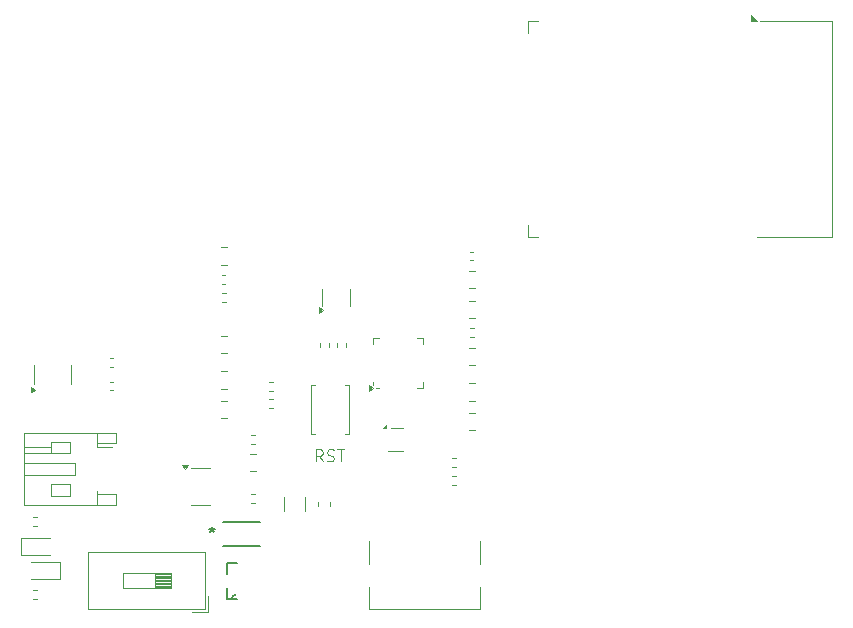
<source format=gbr>
%TF.GenerationSoftware,KiCad,Pcbnew,8.0.3*%
%TF.CreationDate,2024-06-13T15:47:36+01:00*%
%TF.ProjectId,PCB,5043422e-6b69-4636-9164-5f7063625858,rev?*%
%TF.SameCoordinates,Original*%
%TF.FileFunction,Legend,Top*%
%TF.FilePolarity,Positive*%
%FSLAX46Y46*%
G04 Gerber Fmt 4.6, Leading zero omitted, Abs format (unit mm)*
G04 Created by KiCad (PCBNEW 8.0.3) date 2024-06-13 15:47:36*
%MOMM*%
%LPD*%
G01*
G04 APERTURE LIST*
%ADD10C,0.100000*%
%ADD11C,0.150000*%
%ADD12C,0.120000*%
%ADD13C,0.152400*%
G04 APERTURE END LIST*
D10*
X91875312Y-156372419D02*
X91541979Y-155896228D01*
X91303884Y-156372419D02*
X91303884Y-155372419D01*
X91303884Y-155372419D02*
X91684836Y-155372419D01*
X91684836Y-155372419D02*
X91780074Y-155420038D01*
X91780074Y-155420038D02*
X91827693Y-155467657D01*
X91827693Y-155467657D02*
X91875312Y-155562895D01*
X91875312Y-155562895D02*
X91875312Y-155705752D01*
X91875312Y-155705752D02*
X91827693Y-155800990D01*
X91827693Y-155800990D02*
X91780074Y-155848609D01*
X91780074Y-155848609D02*
X91684836Y-155896228D01*
X91684836Y-155896228D02*
X91303884Y-155896228D01*
X92256265Y-156324800D02*
X92399122Y-156372419D01*
X92399122Y-156372419D02*
X92637217Y-156372419D01*
X92637217Y-156372419D02*
X92732455Y-156324800D01*
X92732455Y-156324800D02*
X92780074Y-156277180D01*
X92780074Y-156277180D02*
X92827693Y-156181942D01*
X92827693Y-156181942D02*
X92827693Y-156086704D01*
X92827693Y-156086704D02*
X92780074Y-155991466D01*
X92780074Y-155991466D02*
X92732455Y-155943847D01*
X92732455Y-155943847D02*
X92637217Y-155896228D01*
X92637217Y-155896228D02*
X92446741Y-155848609D01*
X92446741Y-155848609D02*
X92351503Y-155800990D01*
X92351503Y-155800990D02*
X92303884Y-155753371D01*
X92303884Y-155753371D02*
X92256265Y-155658133D01*
X92256265Y-155658133D02*
X92256265Y-155562895D01*
X92256265Y-155562895D02*
X92303884Y-155467657D01*
X92303884Y-155467657D02*
X92351503Y-155420038D01*
X92351503Y-155420038D02*
X92446741Y-155372419D01*
X92446741Y-155372419D02*
X92684836Y-155372419D01*
X92684836Y-155372419D02*
X92827693Y-155420038D01*
X93113408Y-155372419D02*
X93684836Y-155372419D01*
X93399122Y-156372419D02*
X93399122Y-155372419D01*
D11*
X82510800Y-161954819D02*
X82510800Y-162192914D01*
X82272705Y-162097676D02*
X82510800Y-162192914D01*
X82510800Y-162192914D02*
X82748895Y-162097676D01*
X82367943Y-162383390D02*
X82510800Y-162192914D01*
X82510800Y-162192914D02*
X82653657Y-162383390D01*
D12*
%TO.C,SW1*%
X82180000Y-169160000D02*
X82180000Y-167777000D01*
X82180000Y-169160000D02*
X80796000Y-169160000D01*
X81940000Y-168920000D02*
X81940000Y-164080000D01*
X81940000Y-168920000D02*
X72040000Y-168920000D01*
X81940000Y-164080000D02*
X72040000Y-164080000D01*
X79020000Y-167135000D02*
X79020000Y-165865000D01*
X79020000Y-167015000D02*
X77666667Y-167015000D01*
X79020000Y-166895000D02*
X77666667Y-166895000D01*
X79020000Y-166775000D02*
X77666667Y-166775000D01*
X79020000Y-166655000D02*
X77666667Y-166655000D01*
X79020000Y-166535000D02*
X77666667Y-166535000D01*
X79020000Y-166415000D02*
X77666667Y-166415000D01*
X79020000Y-166295000D02*
X77666667Y-166295000D01*
X79020000Y-166175000D02*
X77666667Y-166175000D01*
X79020000Y-166055000D02*
X77666667Y-166055000D01*
X79020000Y-165935000D02*
X77666667Y-165935000D01*
X79020000Y-165865000D02*
X74960000Y-165865000D01*
X77666667Y-167135000D02*
X77666667Y-165865000D01*
X74960000Y-167135000D02*
X79020000Y-167135000D01*
X74960000Y-165865000D02*
X74960000Y-167135000D01*
X72040000Y-168920000D02*
X72040000Y-164080000D01*
%TO.C,SW2*%
X90930000Y-154070000D02*
X90930000Y-149930000D01*
X91230000Y-154070000D02*
X90930000Y-154070000D01*
X94070000Y-154070000D02*
X93770000Y-154070000D01*
X90930000Y-149930000D02*
X91230000Y-149930000D01*
X93770000Y-149930000D02*
X94070000Y-149930000D01*
X94070000Y-149930000D02*
X94070000Y-154070000D01*
%TO.C,R13*%
X87667621Y-151880000D02*
X87332379Y-151880000D01*
X87667621Y-151120000D02*
X87332379Y-151120000D01*
%TO.C,R12*%
X87332379Y-149620000D02*
X87667621Y-149620000D01*
X87332379Y-150380000D02*
X87667621Y-150380000D01*
%TO.C,R9*%
X83332379Y-142120000D02*
X83667621Y-142120000D01*
X83332379Y-142880000D02*
X83667621Y-142880000D01*
%TO.C,C10*%
X104384165Y-138640000D02*
X104615835Y-138640000D01*
X104384165Y-139360000D02*
X104615835Y-139360000D01*
%TO.C,R5*%
X102832379Y-156120000D02*
X103167621Y-156120000D01*
X102832379Y-156880000D02*
X103167621Y-156880000D01*
%TO.C,C1*%
X85738748Y-155765000D02*
X86261252Y-155765000D01*
X85738748Y-157235000D02*
X86261252Y-157235000D01*
%TO.C,J1*%
X95800000Y-163100000D02*
X95800000Y-165100000D01*
X95800000Y-167000000D02*
X95800000Y-168900000D01*
X95800000Y-168900000D02*
X105200000Y-168900000D01*
X105200000Y-163100000D02*
X105200000Y-165100000D01*
X105200000Y-167000000D02*
X105200000Y-168900000D01*
%TO.C,R3*%
X86167621Y-154880000D02*
X85832379Y-154880000D01*
X86167621Y-154120000D02*
X85832379Y-154120000D01*
%TO.C,R8*%
X104667621Y-145880000D02*
X104332379Y-145880000D01*
X104667621Y-145120000D02*
X104332379Y-145120000D01*
%TO.C,C12*%
X83384165Y-140640000D02*
X83615835Y-140640000D01*
X83384165Y-141360000D02*
X83615835Y-141360000D01*
%TO.C,U5*%
X135040000Y-119130000D02*
X128880000Y-119130000D01*
X135040000Y-119130000D02*
X135040000Y-137370000D01*
X110080000Y-119130000D02*
X109300000Y-119130000D01*
X109300000Y-119130000D02*
X109300000Y-120130000D01*
X135040000Y-137370000D02*
X128625000Y-137370000D01*
X110080000Y-137370000D02*
X109300000Y-137370000D01*
X109300000Y-137370000D02*
X109300000Y-136370000D01*
X128655000Y-119125000D02*
X128155000Y-119125000D01*
X128155000Y-118625000D01*
X128655000Y-119125000D01*
G36*
X128655000Y-119125000D02*
G01*
X128155000Y-119125000D01*
X128155000Y-118625000D01*
X128655000Y-119125000D01*
G37*
%TO.C,C8*%
X83238748Y-145765000D02*
X83761252Y-145765000D01*
X83238748Y-147235000D02*
X83761252Y-147235000D01*
%TO.C,C13*%
X104238748Y-140265000D02*
X104761252Y-140265000D01*
X104238748Y-141735000D02*
X104761252Y-141735000D01*
%TO.C,R6*%
X67667621Y-161880000D02*
X67332379Y-161880000D01*
X67667621Y-161120000D02*
X67332379Y-161120000D01*
%TO.C,R4*%
X102832379Y-157620000D02*
X103167621Y-157620000D01*
X102832379Y-158380000D02*
X103167621Y-158380000D01*
%TO.C,Q2*%
X91840000Y-143210000D02*
X91840000Y-141800000D01*
X94160000Y-143200000D02*
X94160000Y-141800000D01*
X91890000Y-143580000D02*
X91560000Y-143820000D01*
X91560000Y-143340000D01*
X91890000Y-143580000D01*
G36*
X91890000Y-143580000D02*
G01*
X91560000Y-143820000D01*
X91560000Y-143340000D01*
X91890000Y-143580000D01*
G37*
%TO.C,R1*%
X86167621Y-159880000D02*
X85832379Y-159880000D01*
X86167621Y-159120000D02*
X85832379Y-159120000D01*
%TO.C,D1*%
X66340000Y-162876250D02*
X66340000Y-164346250D01*
X66340000Y-164346250D02*
X68800000Y-164346250D01*
X68800000Y-162876250D02*
X66340000Y-162876250D01*
%TO.C,C4*%
X73884165Y-149640000D02*
X74115835Y-149640000D01*
X73884165Y-150360000D02*
X74115835Y-150360000D01*
%TO.C,FB1*%
X91490000Y-160171267D02*
X91490000Y-159828733D01*
X92510000Y-160171267D02*
X92510000Y-159828733D01*
%TO.C,R2*%
X73832379Y-147620000D02*
X74167621Y-147620000D01*
X73832379Y-148380000D02*
X74167621Y-148380000D01*
%TO.C,U1*%
X67440000Y-149000000D02*
X67440000Y-149800000D01*
X67440000Y-149000000D02*
X67440000Y-148200000D01*
X70560000Y-149000000D02*
X70560000Y-149800000D01*
X70560000Y-149000000D02*
X70560000Y-148200000D01*
X67490000Y-150300000D02*
X67160000Y-150540000D01*
X67160000Y-150060000D01*
X67490000Y-150300000D01*
G36*
X67490000Y-150300000D02*
G01*
X67160000Y-150540000D01*
X67160000Y-150060000D01*
X67490000Y-150300000D01*
G37*
%TO.C,C6*%
X104238748Y-149765000D02*
X104761252Y-149765000D01*
X104238748Y-151235000D02*
X104761252Y-151235000D01*
%TO.C,R11*%
X93120000Y-146667621D02*
X93120000Y-146332379D01*
X93880000Y-146667621D02*
X93880000Y-146332379D01*
%TO.C,U3*%
X98687500Y-153547500D02*
X97637500Y-153547500D01*
X98687500Y-155527500D02*
X97387500Y-155527500D01*
X97267500Y-153547500D02*
X96987500Y-153547500D01*
X97267500Y-153267500D01*
X97267500Y-153547500D01*
G36*
X97267500Y-153547500D02*
G01*
X96987500Y-153547500D01*
X97267500Y-153267500D01*
X97267500Y-153547500D01*
G37*
%TO.C,C2*%
X83238748Y-151265000D02*
X83761252Y-151265000D01*
X83238748Y-152735000D02*
X83761252Y-152735000D01*
D13*
%TO.C,Q1*%
X83788800Y-167109600D02*
X83788800Y-167998600D01*
X84652400Y-165001400D02*
X83788800Y-165001400D01*
X83788800Y-165001400D02*
X83788800Y-165890400D01*
X83788800Y-167998600D02*
X84195200Y-167998600D01*
X84195200Y-167998600D02*
X84652400Y-167998600D01*
X84195200Y-167998600D02*
G75*
G02*
X84525400Y-167693800I304749J1114D01*
G01*
D12*
%TO.C,JSTPH1*%
X74410000Y-153940000D02*
X66590000Y-153940000D01*
X72810000Y-153940000D02*
X72810000Y-154860000D01*
X66590000Y-153940000D02*
X66590000Y-160060000D01*
X70450000Y-154700000D02*
X68850000Y-154700000D01*
X68850000Y-154700000D02*
X68850000Y-155700000D01*
X74410000Y-154860000D02*
X74410000Y-153940000D01*
X72810000Y-154860000D02*
X74410000Y-154860000D01*
X72810000Y-155140000D02*
X72810000Y-154860000D01*
X72810000Y-155140000D02*
X74025000Y-155140000D01*
X68850000Y-155200000D02*
X66590000Y-155200000D01*
X70450000Y-155700000D02*
X70450000Y-154700000D01*
X68850000Y-155700000D02*
X70450000Y-155700000D01*
X68850000Y-155700000D02*
X66590000Y-155700000D01*
X70950000Y-156500000D02*
X70950000Y-157500000D01*
X66590000Y-156500000D02*
X70950000Y-156500000D01*
X70950000Y-157500000D02*
X66590000Y-157500000D01*
X70450000Y-158300000D02*
X70450000Y-159300000D01*
X68850000Y-158300000D02*
X70450000Y-158300000D01*
X74410000Y-159140000D02*
X72810000Y-159140000D01*
X72810000Y-159140000D02*
X72810000Y-158860000D01*
X70450000Y-159300000D02*
X68850000Y-159300000D01*
X68850000Y-159300000D02*
X68850000Y-158300000D01*
X74410000Y-160060000D02*
X74410000Y-159140000D01*
X72810000Y-160060000D02*
X72810000Y-159140000D01*
X66590000Y-160060000D02*
X74410000Y-160060000D01*
%TO.C,C11*%
X104238748Y-142765000D02*
X104761252Y-142765000D01*
X104238748Y-144235000D02*
X104761252Y-144235000D01*
%TO.C,D2*%
X69660000Y-166346250D02*
X69660000Y-164876250D01*
X69660000Y-164876250D02*
X67200000Y-164876250D01*
X67200000Y-166346250D02*
X69660000Y-166346250D01*
%TO.C,C7*%
X104238748Y-146765000D02*
X104761252Y-146765000D01*
X104238748Y-148235000D02*
X104761252Y-148235000D01*
%TO.C,F1*%
X88590000Y-160602064D02*
X88590000Y-159397936D01*
X90410000Y-160602064D02*
X90410000Y-159397936D01*
%TO.C,R7*%
X67667621Y-167991250D02*
X67332379Y-167991250D01*
X67667621Y-167231250D02*
X67332379Y-167231250D01*
%TO.C,C9*%
X83238748Y-138265000D02*
X83761252Y-138265000D01*
X83238748Y-139735000D02*
X83761252Y-139735000D01*
%TO.C,C5*%
X83238748Y-148765000D02*
X83761252Y-148765000D01*
X83238748Y-150235000D02*
X83761252Y-150235000D01*
%TO.C,R10*%
X91620000Y-146667621D02*
X91620000Y-146332379D01*
X92380000Y-146667621D02*
X92380000Y-146332379D01*
%TO.C,U2*%
X81500000Y-156940000D02*
X80700000Y-156940000D01*
X81500000Y-156940000D02*
X82300000Y-156940000D01*
X81500000Y-160060000D02*
X80700000Y-160060000D01*
X81500000Y-160060000D02*
X82300000Y-160060000D01*
X80200000Y-156990000D02*
X79960000Y-156660000D01*
X80440000Y-156660000D01*
X80200000Y-156990000D01*
G36*
X80200000Y-156990000D02*
G01*
X79960000Y-156660000D01*
X80440000Y-156660000D01*
X80200000Y-156990000D01*
G37*
%TO.C,C3*%
X104238748Y-152265000D02*
X104761252Y-152265000D01*
X104238748Y-153735000D02*
X104761252Y-153735000D01*
%TO.C,U4*%
X96615000Y-150172500D02*
X96380000Y-150172500D01*
X100360000Y-150172500D02*
X99885000Y-150172500D01*
X96140000Y-149697500D02*
X96140000Y-149872500D01*
X100360000Y-149697500D02*
X100360000Y-150172500D01*
X96140000Y-146427500D02*
X96140000Y-145952500D01*
X100360000Y-146427500D02*
X100360000Y-145952500D01*
X96140000Y-145952500D02*
X96615000Y-145952500D01*
X100360000Y-145952500D02*
X99885000Y-145952500D01*
X96140000Y-150172500D02*
X95810000Y-150412500D01*
X95810000Y-149932500D01*
X96140000Y-150172500D01*
G36*
X96140000Y-150172500D02*
G01*
X95810000Y-150412500D01*
X95810000Y-149932500D01*
X96140000Y-150172500D01*
G37*
D13*
%TO.C,CR1*%
X83425200Y-163528700D02*
X86574800Y-163528700D01*
X86574800Y-161471300D02*
X83425200Y-161471300D01*
%TD*%
M02*

</source>
